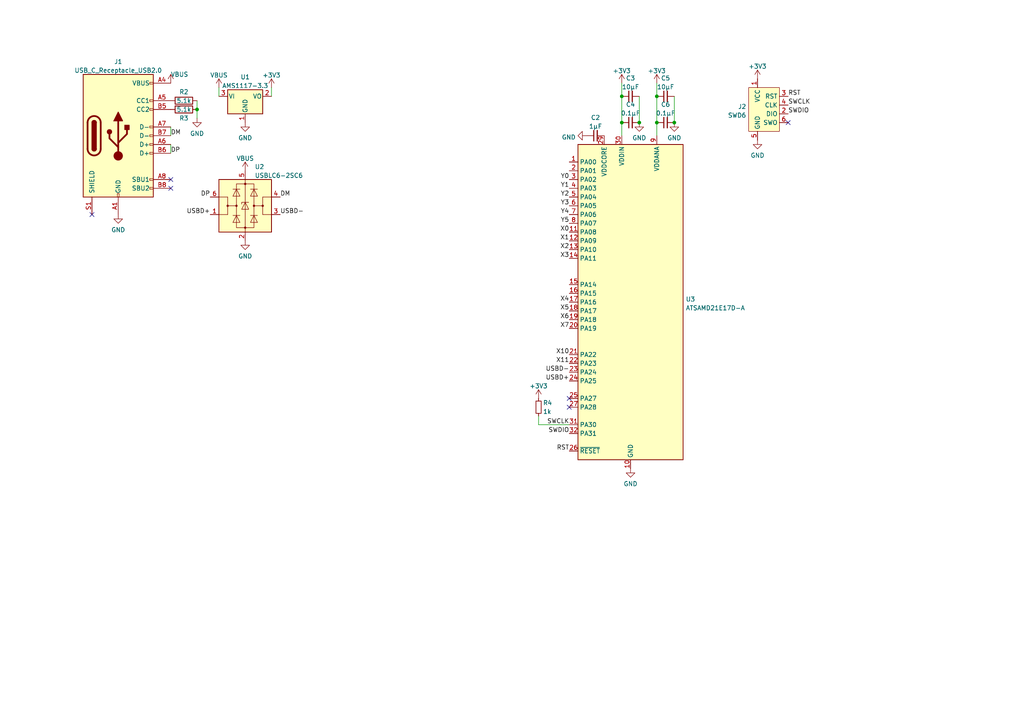
<source format=kicad_sch>
(kicad_sch (version 20211123) (generator eeschema)
  (paper "A4")
  (lib_symbols
    (symbol "Connector:USB_C_Receptacle_USB2.0" (pin_names (offset 1.016))
      (property "Reference" "J" (at -10.16 19.05 0))
      (property "Value" "USB_C_Receptacle_USB2.0" (at 19.05 19.05 0))
      (symbol "USB_C_Receptacle_USB2.0_0_0"
        (rectangle (start -0.254 -17.78) (end 0.254 -16.764))
        (rectangle (start 10.16 -14.986) (end 9.144 -15.494))
        (rectangle (start 10.16 -12.446) (end 9.144 -12.954))
        (rectangle (start 10.16 -4.826) (end 9.144 -5.334))
        (rectangle (start 10.16 -2.286) (end 9.144 -2.794))
        (rectangle (start 10.16 0.254) (end 9.144 -0.254))
        (rectangle (start 10.16 2.794) (end 9.144 2.286))
        (rectangle (start 10.16 7.874) (end 9.144 7.366))
        (rectangle (start 10.16 10.414) (end 9.144 9.906))
        (rectangle (start 10.16 15.494) (end 9.144 14.986))
      )
      (symbol "USB_C_Receptacle_USB2.0_0_1"
        (rectangle (start -10.16 17.78) (end 10.16 -17.78) (stroke (width 0.254)) (fill (type background)))
        (arc (start -8.89 -3.81) (mid -6.985 -5.715) (end -5.08 -3.81) (stroke (width 0.508)))
        (arc (start -7.62 -3.81) (mid -6.985 -4.445) (end -6.35 -3.81) (stroke (width 0.254)))
        (arc (start -7.62 -3.81) (mid -6.985 -4.445) (end -6.35 -3.81) (stroke (width 0.254)) (fill (type outline)))
        (rectangle (start -7.62 -3.81) (end -6.35 3.81) (stroke (width 0.254)) (fill (type outline)))
        (arc (start -6.35 3.81) (mid -6.985 4.445) (end -7.62 3.81) (stroke (width 0.254)))
        (arc (start -6.35 3.81) (mid -6.985 4.445) (end -7.62 3.81) (stroke (width 0.254)) (fill (type outline)))
        (arc (start -5.08 3.81) (mid -6.985 5.715) (end -8.89 3.81) (stroke (width 0.508)))
        (circle (center -2.54 1.143) (radius 0.635) (stroke (width 0.254)) (fill (type outline)))
        (circle (center 0 -5.842) (radius 1.27) (fill (type outline)))
        (polyline (pts (xy -8.89 -3.81) (xy -8.89 3.81)) (stroke (width 0.508)))
        (polyline (pts (xy -5.08 3.81) (xy -5.08 -3.81)) (stroke (width 0.508)))
        (polyline (pts (xy 0 -5.842) (xy 0 4.318)) (stroke (width 0.508)))
        (polyline (pts (xy 0 -3.302) (xy -2.54 -0.762) (xy -2.54 0.508)) (stroke (width 0.508)))
        (polyline (pts (xy 0 -2.032) (xy 2.54 0.508) (xy 2.54 1.778)) (stroke (width 0.508)))
        (polyline (pts (xy -1.27 4.318) (xy 0 6.858) (xy 1.27 4.318) (xy -1.27 4.318)) (stroke (width 0.254)) (fill (type outline)))
        (rectangle (start 1.905 1.778) (end 3.175 3.048) (stroke (width 0.254)) (fill (type outline)))
      )
      (symbol "USB_C_Receptacle_USB2.0_1_1"
        (pin passive line (at 0 -22.86 90) (length 5.08) (name "GND") (number "A1"))
        (pin passive line (at 0 -22.86 90) (length 5.08) hide (name "GND") (number "A12"))
        (pin passive line (at 15.24 15.24 180) (length 5.08) (name "VBUS") (number "A4"))
        (pin bidirectional line (at 15.24 10.16 180) (length 5.08) (name "CC1") (number "A5"))
        (pin bidirectional line (at 15.24 -2.54 180) (length 5.08) (name "D+") (number "A6"))
        (pin bidirectional line (at 15.24 2.54 180) (length 5.08) (name "D-") (number "A7"))
        (pin bidirectional line (at 15.24 -12.7 180) (length 5.08) (name "SBU1") (number "A8"))
        (pin passive line (at 15.24 15.24 180) (length 5.08) hide (name "VBUS") (number "A9"))
        (pin passive line (at 0 -22.86 90) (length 5.08) hide (name "GND") (number "B1"))
        (pin passive line (at 0 -22.86 90) (length 5.08) hide (name "GND") (number "B12"))
        (pin passive line (at 15.24 15.24 180) (length 5.08) hide (name "VBUS") (number "B4"))
        (pin bidirectional line (at 15.24 7.62 180) (length 5.08) (name "CC2") (number "B5"))
        (pin bidirectional line (at 15.24 -5.08 180) (length 5.08) (name "D+") (number "B6"))
        (pin bidirectional line (at 15.24 0 180) (length 5.08) (name "D-") (number "B7"))
        (pin bidirectional line (at 15.24 -15.24 180) (length 5.08) (name "SBU2") (number "B8"))
        (pin passive line (at 15.24 15.24 180) (length 5.08) hide (name "VBUS") (number "B9"))
        (pin passive line (at -7.62 -22.86 90) (length 5.08) (name "SHIELD") (number "S1"))
      )
    )
    (symbol "Device:C_Small" (pin_numbers hide) (pin_names (offset 0.254) hide)
      (property "Reference" "C" (at 0.254 1.778 0))
      (property "Value" "C_Small" (at 0.254 -2.032 0))
      (symbol "C_Small_0_1"
        (polyline (pts (xy -1.524 -0.508) (xy 1.524 -0.508)) (stroke (width 0.3302)))
        (polyline (pts (xy -1.524 0.508) (xy 1.524 0.508)) (stroke (width 0.3048)))
      )
      (symbol "C_Small_1_1"
        (pin passive line (at 0 2.54 270) (length 2.032) (name "~") (number "1"))
        (pin passive line (at 0 -2.54 90) (length 2.032) (name "~") (number "2"))
      )
    )
    (symbol "Device:R" (pin_numbers hide) (pin_names (offset 0))
      (property "Reference" "R" (at 2.032 0 90))
      (property "Value" "R" (at 0 0 90))
      (symbol "R_0_1"
        (rectangle (start -1.016 -2.54) (end 1.016 2.54) (stroke (width 0.254)))
      )
      (symbol "R_1_1"
        (pin passive line (at 0 3.81 270) (length 1.27) (name "~") (number "1"))
        (pin passive line (at 0 -3.81 90) (length 1.27) (name "~") (number "2"))
      )
    )
    (symbol "Device:R_Small" (pin_numbers hide) (pin_names (offset 0.254) hide)
      (property "Reference" "R" (at 0.762 0.508 0))
      (property "Value" "R_Small" (at 0.762 -1.016 0))
      (symbol "R_Small_0_1"
        (rectangle (start -0.762 1.778) (end 0.762 -1.778) (stroke (width 0.2032)))
      )
      (symbol "R_Small_1_1"
        (pin passive line (at 0 2.54 270) (length 0.762) (name "~") (number "1"))
        (pin passive line (at 0 -2.54 90) (length 0.762) (name "~") (number "2"))
      )
    )
    (symbol "MCU_Microchip_SAMD:ATSAMD21E17D-A"
      (property "Reference" "U" (at -13.97 46.99 0))
      (property "Value" "ATSAMD21E17D-A" (at 16.51 46.99 0))
      (symbol "ATSAMD21E17D-A_1_1"
        (rectangle (start -15.24 45.72) (end 15.24 -45.72) (stroke (width 0.254)) (fill (type background)))
        (pin bidirectional line (at -17.78 40.64 0) (length 2.54) (name "PA00") (number "1"))
        (pin power_in line (at 0 -48.26 90) (length 2.54) (name "GND") (number "10"))
        (pin bidirectional line (at -17.78 20.32 0) (length 2.54) (name "PA08") (number "11"))
        (pin bidirectional line (at -17.78 17.78 0) (length 2.54) (name "PA09") (number "12"))
        (pin bidirectional line (at -17.78 15.24 0) (length 2.54) (name "PA10") (number "13"))
        (pin bidirectional line (at -17.78 12.7 0) (length 2.54) (name "PA11") (number "14"))
        (pin bidirectional line (at -17.78 5.08 0) (length 2.54) (name "PA14") (number "15"))
        (pin bidirectional line (at -17.78 2.54 0) (length 2.54) (name "PA15") (number "16"))
        (pin bidirectional line (at -17.78 0 0) (length 2.54) (name "PA16") (number "17"))
        (pin bidirectional line (at -17.78 -2.54 0) (length 2.54) (name "PA17") (number "18"))
        (pin bidirectional line (at -17.78 -5.08 0) (length 2.54) (name "PA18") (number "19"))
        (pin bidirectional line (at -17.78 38.1 0) (length 2.54) (name "PA01") (number "2"))
        (pin bidirectional line (at -17.78 -7.62 0) (length 2.54) (name "PA19") (number "20"))
        (pin bidirectional line (at -17.78 -15.24 0) (length 2.54) (name "PA22") (number "21"))
        (pin bidirectional line (at -17.78 -17.78 0) (length 2.54) (name "PA23") (number "22"))
        (pin bidirectional line (at -17.78 -20.32 0) (length 2.54) (name "PA24") (number "23"))
        (pin bidirectional line (at -17.78 -22.86 0) (length 2.54) (name "PA25") (number "24"))
        (pin bidirectional line (at -17.78 -27.94 0) (length 2.54) (name "PA27") (number "25"))
        (pin input line (at -17.78 -43.18 0) (length 2.54) (name "~{RESET}") (number "26"))
        (pin bidirectional line (at -17.78 -30.48 0) (length 2.54) (name "PA28") (number "27"))
        (pin passive line (at 0 -48.26 90) (length 2.54) hide (name "GND") (number "28"))
        (pin power_out line (at -7.62 48.26 270) (length 2.54) (name "VDDCORE") (number "29"))
        (pin bidirectional line (at -17.78 35.56 0) (length 2.54) (name "PA02") (number "3"))
        (pin power_in line (at -2.54 48.26 270) (length 2.54) (name "VDDIN") (number "30"))
        (pin bidirectional line (at -17.78 -35.56 0) (length 2.54) (name "PA30") (number "31"))
        (pin bidirectional line (at -17.78 -38.1 0) (length 2.54) (name "PA31") (number "32"))
        (pin bidirectional line (at -17.78 33.02 0) (length 2.54) (name "PA03") (number "4"))
        (pin bidirectional line (at -17.78 30.48 0) (length 2.54) (name "PA04") (number "5"))
        (pin bidirectional line (at -17.78 27.94 0) (length 2.54) (name "PA05") (number "6"))
        (pin bidirectional line (at -17.78 25.4 0) (length 2.54) (name "PA06") (number "7"))
        (pin bidirectional line (at -17.78 22.86 0) (length 2.54) (name "PA07") (number "8"))
        (pin power_in line (at 7.62 48.26 270) (length 2.54) (name "VDDANA") (number "9"))
      )
    )
    (symbol "Power_Protection:USBLC6-2SC6" (pin_names hide)
      (property "Reference" "U" (at 2.54 8.89 0))
      (property "Value" "USBLC6-2SC6" (at 2.54 -8.89 0))
      (symbol "USBLC6-2SC6_0_1"
        (rectangle (start -7.62 -7.62) (end 7.62 7.62) (stroke (width 0.254)) (fill (type background)))
        (circle (center -5.08 0) (radius 0.254) (fill (type outline)))
        (circle (center -2.54 0) (radius 0.254) (fill (type outline)))
        (rectangle (start -2.54 6.35) (end 2.54 -6.35))
        (circle (center 0 -6.35) (radius 0.254) (fill (type outline)))
        (polyline (pts (xy -5.08 -2.54) (xy -7.62 -2.54)))
        (polyline (pts (xy -5.08 0) (xy -5.08 -2.54)))
        (polyline (pts (xy -5.08 2.54) (xy -7.62 2.54)))
        (polyline (pts (xy -1.524 -2.794) (xy -3.556 -2.794)))
        (polyline (pts (xy -1.524 4.826) (xy -3.556 4.826)))
        (polyline (pts (xy 0 -7.62) (xy 0 -6.35)))
        (polyline (pts (xy 0 -6.35) (xy 0 1.27)))
        (polyline (pts (xy 0 1.27) (xy 0 6.35)))
        (polyline (pts (xy 0 6.35) (xy 0 7.62)))
        (polyline (pts (xy 1.524 -2.794) (xy 3.556 -2.794)))
        (polyline (pts (xy 1.524 4.826) (xy 3.556 4.826)))
        (polyline (pts (xy 5.08 -2.54) (xy 7.62 -2.54)))
        (polyline (pts (xy 5.08 0) (xy 5.08 -2.54)))
        (polyline (pts (xy 5.08 2.54) (xy 7.62 2.54)))
        (polyline (pts (xy -2.54 0) (xy -5.08 0) (xy -5.08 2.54)))
        (polyline (pts (xy 2.54 0) (xy 5.08 0) (xy 5.08 2.54)))
        (polyline (pts (xy -3.556 -4.826) (xy -1.524 -4.826) (xy -2.54 -2.794) (xy -3.556 -4.826)))
        (polyline (pts (xy -3.556 2.794) (xy -1.524 2.794) (xy -2.54 4.826) (xy -3.556 2.794)))
        (polyline (pts (xy -1.016 -1.016) (xy 1.016 -1.016) (xy 0 1.016) (xy -1.016 -1.016)))
        (polyline (pts (xy 1.016 1.016) (xy 0.762 1.016) (xy -1.016 1.016) (xy -1.016 0.508)))
        (polyline (pts (xy 3.556 -4.826) (xy 1.524 -4.826) (xy 2.54 -2.794) (xy 3.556 -4.826)))
        (polyline (pts (xy 3.556 2.794) (xy 1.524 2.794) (xy 2.54 4.826) (xy 3.556 2.794)))
        (circle (center 0 6.35) (radius 0.254) (fill (type outline)))
        (circle (center 2.54 0) (radius 0.254) (fill (type outline)))
        (circle (center 5.08 0) (radius 0.254) (fill (type outline)))
      )
      (symbol "USBLC6-2SC6_1_1"
        (pin passive line (at -10.16 -2.54 0) (length 2.54) (name "I/O1") (number "1"))
        (pin passive line (at 0 -10.16 90) (length 2.54) (name "GND") (number "2"))
        (pin passive line (at 10.16 -2.54 180) (length 2.54) (name "I/O2") (number "3"))
        (pin passive line (at 10.16 2.54 180) (length 2.54) (name "I/O2") (number "4"))
        (pin passive line (at 0 10.16 270) (length 2.54) (name "VBUS") (number "5"))
        (pin passive line (at -10.16 2.54 0) (length 2.54) (name "I/O1") (number "6"))
      )
    )
    (symbol "Regulator_Linear:AMS1117-3.3" (pin_names (offset 0.254))
      (property "Reference" "U" (at -3.81 3.175 0))
      (property "Value" "AMS1117-3.3" (at 0 3.175 0))
      (symbol "AMS1117-3.3_0_1"
        (rectangle (start -5.08 -5.08) (end 5.08 1.905) (stroke (width 0.254)) (fill (type background)))
      )
      (symbol "AMS1117-3.3_1_1"
        (pin power_in line (at 0 -7.62 90) (length 2.54) (name "GND") (number "1"))
        (pin power_out line (at 7.62 0 180) (length 2.54) (name "VO") (number "2"))
        (pin power_in line (at -7.62 0 0) (length 2.54) (name "VI") (number "3"))
      )
    )
    (symbol "power:+3V3" (power) (pin_names (offset 0))
      (property "Value" "+3V3" (at 0 3.556 0))
      (symbol "+3V3_0_1"
        (polyline (pts (xy -0.762 1.27) (xy 0 2.54)))
        (polyline (pts (xy 0 0) (xy 0 2.54)))
        (polyline (pts (xy 0 2.54) (xy 0.762 1.27)))
      )
      (symbol "+3V3_1_1"
        (pin power_in line (at 0 0 90) (length 0) hide (name "+3V3") (number "1"))
      )
    )
    (symbol "power:GND" (power) (pin_names (offset 0))
      (property "Value" "GND" (at 0 -3.81 0))
      (symbol "GND_0_1"
        (polyline (pts (xy 0 0) (xy 0 -1.27) (xy 1.27 -1.27) (xy 0 -2.54) (xy -1.27 -1.27) (xy 0 -1.27)))
      )
      (symbol "GND_1_1"
        (pin power_in line (at 0 0 270) (length 0) hide (name "GND") (number "1"))
      )
    )
    (symbol "power:VBUS" (power) (pin_names (offset 0))
      (property "Value" "VBUS" (at 0 3.81 0))
      (symbol "VBUS_0_1"
        (polyline (pts (xy -0.762 1.27) (xy 0 2.54)))
        (polyline (pts (xy 0 0) (xy 0 2.54)))
        (polyline (pts (xy 0 2.54) (xy 0.762 1.27)))
      )
      (symbol "VBUS_1_1"
        (pin power_in line (at 0 0 90) (length 0) hide (name "VBUS") (number "1"))
      )
    )
    (symbol "xenua:SWD6"
      (property "Reference" "J" (at 6.35 3.81 0))
      (property "Value" "SWD6" (at 6.35 1.27 0))
      (symbol "SWD6_0_1"
        (rectangle (start 0 0) (end 8.89 -12.7) (stroke (width 0.1524)) (fill (type background)))
      )
      (symbol "SWD6_1_1"
        (pin power_in line (at 2.54 2.54 270) (length 2.54) (name "VCC") (number "1"))
        (pin bidirectional line (at 11.43 -7.62 180) (length 2.54) (name "DIO") (number "2"))
        (pin input line (at 11.43 -2.54 180) (length 2.54) (name "RST") (number "3"))
        (pin input line (at 11.43 -5.08 180) (length 2.54) (name "CLK") (number "4"))
        (pin input line (at 2.54 -15.24 90) (length 2.54) (name "GND") (number "5"))
        (pin output line (at 11.43 -10.16 180) (length 2.54) (name "SWO") (number "6"))
      )
    )
  )
  (junction (at 180.34 35.56))
  (junction (at 185.42 35.56))
  (junction (at 180.34 27.94))
  (junction (at 190.5 35.56))
  (junction (at 195.58 35.56))
  (junction (at 57.15 31.75))
  (junction (at 190.5 27.94))
  (no_connect (at 26.67 62.23))
  (no_connect (at 228.6 35.56))
  (no_connect (at 49.53 52.07))
  (no_connect (at 49.53 54.61))
  (no_connect (at 165.1 115.57))
  (no_connect (at 165.1 118.11))
  (wire (pts (xy 190.5 27.94) (xy 190.5 35.56)))
  (wire (pts (xy 180.34 35.56) (xy 180.34 39.37)))
  (wire (pts (xy 180.34 24.13) (xy 180.34 27.94)))
  (wire (pts (xy 57.15 29.21) (xy 57.15 31.75)))
  (wire (pts (xy 49.53 41.91) (xy 49.53 44.45)))
  (wire (pts (xy 195.58 27.94) (xy 195.58 35.56)))
  (wire (pts (xy 180.34 27.94) (xy 180.34 35.56)))
  (wire (pts (xy 185.42 27.94) (xy 185.42 35.56)))
  (wire (pts (xy 49.53 36.83) (xy 49.53 39.37)))
  (wire (pts (xy 63.5 25.4) (xy 63.5 27.94)))
  (wire (pts (xy 78.74 25.4) (xy 78.74 27.94)))
  (wire (pts (xy 156.21 123.19) (xy 165.1 123.19)))
  (wire (pts (xy 57.15 31.75) (xy 57.15 34.29)))
  (wire (pts (xy 156.21 120.65) (xy 156.21 123.19)))
  (wire (pts (xy 190.5 24.13) (xy 190.5 27.94)))
  (wire (pts (xy 190.5 35.56) (xy 190.5 39.37)))
  (label "Y4" (at 165.1 62.23 180))
  (label "RST" (at 228.6 27.94 0))
  (label "Y5" (at 165.1 64.77 180))
  (label "X5" (at 165.1 90.17 180))
  (label "X11" (at 165.1 105.41 180))
  (label "SWCLK" (at 228.6 30.48 0))
  (label "RST" (at 165.1 130.81 180))
  (label "USBD+" (at 60.96 62.23 180))
  (label "X4" (at 165.1 87.63 180))
  (label "X6" (at 165.1 92.71 180))
  (label "Y1" (at 165.1 54.61 180))
  (label "USBD-" (at 81.28 62.23 0))
  (label "DM" (at 49.53 39.37 0))
  (label "USBD+" (at 165.1 110.49 180))
  (label "SWDIO" (at 165.1 125.73 180))
  (label "X2" (at 165.1 72.39 180))
  (label "X10" (at 165.1 102.87 180))
  (label "USBD-" (at 165.1 107.95 180))
  (label "X3" (at 165.1 74.93 180))
  (label "X1" (at 165.1 69.85 180))
  (label "X7" (at 165.1 95.25 180))
  (label "Y3" (at 165.1 59.69 180))
  (label "Y2" (at 165.1 57.15 180))
  (label "Y0" (at 165.1 52.07 180))
  (label "DP" (at 49.53 44.45 0))
  (label "X0" (at 165.1 67.31 180))
  (label "DM" (at 81.28 57.15 0))
  (label "SWCLK" (at 165.1 123.19 180))
  (label "SWDIO" (at 228.6 33.02 0))
  (label "DP" (at 60.96 57.15 180))
  (symbol (lib_id "power:+3V3") (at 78.74 25.4 0) (unit 1)
    (property "Reference" "#PWR0107" (effects hide))
    (property "Value" "+3V3" (at 78.74 21.8242 0))
  )
  (symbol (lib_id "Power_Protection:USBLC6-2SC6") (at 71.12 59.69 0) (unit 1)
    (property "Reference" "U2" (at 73.8887 48.3702 0) (effects (justify left)))
    (property "Value" "USBLC6-2SC6" (at 73.8887 50.9071 0) (effects (justify left)))
    (property "Footprint" "xenua:SOT-23-6_MidMount" (effects hide))
    (property "Datasheet" "https://www.st.com/resource/en/datasheet/usblc6-2.pdf" (effects hide))
  )
  (symbol (lib_id "power:GND") (at 185.42 35.56 0) (unit 1)
    (property "Reference" "#PWR0111" (effects hide))
    (property "Value" "GND" (at 185.42 40.0034 0))
  )
  (symbol (lib_id "power:+3V3") (at 190.5 24.13 0) (unit 1)
    (property "Reference" "#PWR0108" (effects hide))
    (property "Value" "+3V3" (at 190.5 20.5542 0))
  )
  (symbol (lib_id "power:+3V3") (at 156.21 115.57 0) (unit 1)
    (property "Reference" "#PWR0114" (effects hide))
    (property "Value" "+3V3" (at 156.21 111.9655 0))
  )
  (symbol (lib_id "power:GND") (at 195.58 35.56 0) (unit 1)
    (property "Reference" "#PWR0110" (effects hide))
    (property "Value" "GND" (at 195.58 40.0034 0))
  )
  (symbol (lib_id "Device:R") (at 53.34 31.75 270) (unit 1)
    (property "Reference" "R3" (at 53.34 34.29 90))
    (property "Value" "5.1k" (at 53.34 31.75 90))
    (property "Footprint" "xenua:0402_1005Metric_Pad0.74x0.62mm_MidMount" (effects hide))
  )
  (symbol (lib_id "Regulator_Linear:AMS1117-3.3") (at 71.12 27.94 0) (unit 1)
    (property "Reference" "U1" (at 71.12 22.3352 0))
    (property "Value" "AMS1117-3.3" (at 71.12 24.8721 0))
    (property "Footprint" "xenua:SOT-223-3_TabPin2_MidMount" (effects hide))
    (property "Datasheet" "http://www.advanced-monolithic.com/pdf/ds1117.pdf" (effects hide))
  )
  (symbol (lib_id "Device:C_Small") (at 193.04 27.94 90) (unit 1)
    (property "Reference" "C5" (at 193.0463 22.6781 90))
    (property "Value" "10µF" (at 193.0463 25.215 90))
    (property "Footprint" "xenua:0603_1608Metric_Pad1.08x0.95mm_MidMount" (effects hide))
  )
  (symbol (lib_id "power:+3V3") (at 219.71 22.86 0) (unit 1)
    (property "Reference" "#PWR0113" (effects hide))
    (property "Value" "+3V3" (at 219.71 19.2555 0))
  )
  (symbol (lib_id "power:GND") (at 71.12 69.85 0) (unit 1)
    (property "Reference" "#PWR0104" (effects hide))
    (property "Value" "GND" (at 71.12 74.2934 0))
  )
  (symbol (lib_id "power:VBUS") (at 63.5 25.4 0) (unit 1)
    (property "Reference" "#PWR0106" (effects hide))
    (property "Value" "VBUS" (at 63.5 21.8242 0))
  )
  (symbol (lib_id "power:GND") (at 57.15 34.29 0) (unit 1)
    (property "Reference" "#PWR0118" (effects hide))
    (property "Value" "GND" (at 57.15 38.7334 0))
  )
  (symbol (lib_id "Connector:USB_C_Receptacle_USB2.0") (at 34.29 39.37 0) (unit 1)
    (property "Reference" "J1" (at 34.29 17.8902 0))
    (property "Value" "USB_C_Receptacle_USB2.0" (at 34.29 20.4271 0))
    (property "Footprint" "xenua:USB_C_PCB" (effects hide))
    (property "Datasheet" "https://www.usb.org/sites/default/files/documents/usb_type-c.zip" (effects hide))
  )
  (symbol (lib_id "Device:C_Small") (at 172.72 39.37 90) (unit 1)
    (property "Reference" "C2" (at 172.7263 34.1081 90))
    (property "Value" "1µF" (at 172.7263 36.645 90))
    (property "Footprint" "xenua:0603_1608Metric_Pad1.08x0.95mm_MidMount" (effects hide))
  )
  (symbol (lib_id "power:GND") (at 71.12 35.56 0) (unit 1)
    (property "Reference" "#PWR0103" (effects hide))
    (property "Value" "GND" (at 71.12 40.0034 0))
  )
  (symbol (lib_id "power:GND") (at 170.18 39.37 270) (unit 1)
    (property "Reference" "#PWR0117" (effects hide))
    (property "Value" "GND" (at 167.0051 39.8038 90) (effects (justify right)))
  )
  (symbol (lib_id "xenua:SWD6") (at 217.17 25.4 0) (unit 1)
    (property "Reference" "J2" (at 216.4589 30.9153 0) (effects (justify right)))
    (property "Value" "SWD6" (at 216.4589 33.4522 0) (effects (justify right)))
    (property "Footprint" "xenua:TC2030" (effects hide))
  )
  (symbol (lib_id "Device:R_Small") (at 156.21 118.11 0) (unit 1)
    (property "Reference" "R4" (at 157.48 116.84 0) (effects (justify left)))
    (property "Value" "1k" (at 157.48 119.38 0) (effects (justify left)))
    (property "Footprint" "xenua:0402_1005Metric_Pad0.74x0.62mm_MidMount" (effects hide))
  )
  (symbol (lib_id "MCU_Microchip_SAMD:ATSAMD21E17D-A") (at 182.88 87.63 0) (unit 1)
    (property "Reference" "U3" (at 198.882 86.7953 0) (effects (justify left)))
    (property "Value" "ATSAMD21E17D-A" (at 198.882 89.3322 0) (effects (justify left)))
    (property "Footprint" "xenua:LQFP-32_7x7mm_P0.8mm_midmount" (effects hide))
    (property "Datasheet" "http://ww1.microchip.com/downloads/en/DeviceDoc/SAM_D21_DA1_Family_Data%20Sheet_DS40001882E.pdf" (effects hide))
  )
  (symbol (lib_id "Device:R") (at 53.34 29.21 90) (unit 1)
    (property "Reference" "R2" (at 53.34 26.67 90))
    (property "Value" "5.1k" (at 53.34 29.21 90))
    (property "Footprint" "xenua:0402_1005Metric_Pad0.74x0.62mm_MidMount" (effects hide))
  )
  (symbol (lib_id "power:VBUS") (at 71.12 49.53 0) (unit 1)
    (property "Reference" "#PWR0105" (effects hide))
    (property "Value" "VBUS" (at 71.12 45.9542 0))
  )
  (symbol (lib_id "power:VBUS") (at 49.53 24.13 0) (unit 1)
    (property "Reference" "#PWR0102" (effects hide))
    (property "Value" "VBUS" (at 52.07 21.59 0))
  )
  (symbol (lib_id "Device:C_Small") (at 193.04 35.56 90) (unit 1)
    (property "Reference" "C6" (at 193.0463 30.2981 90))
    (property "Value" "0.1µF" (at 193.0463 32.835 90))
    (property "Footprint" "xenua:0603_1608Metric_Pad1.08x0.95mm_MidMount" (effects hide))
  )
  (symbol (lib_id "Device:C_Small") (at 182.88 35.56 90) (unit 1)
    (property "Reference" "C4" (at 182.8863 30.2981 90))
    (property "Value" "0.1µF" (at 182.8863 32.835 90))
    (property "Footprint" "xenua:0603_1608Metric_Pad1.08x0.95mm_MidMount" (effects hide))
  )
  (symbol (lib_id "power:GND") (at 219.71 40.64 0) (unit 1)
    (property "Reference" "#PWR0112" (effects hide))
    (property "Value" "GND" (at 219.71 45.0834 0))
  )
  (symbol (lib_id "power:+3V3") (at 180.34 24.13 0) (unit 1)
    (property "Reference" "#PWR0109" (effects hide))
    (property "Value" "+3V3" (at 180.34 20.5542 0))
  )
  (symbol (lib_id "power:GND") (at 34.29 62.23 0) (unit 1)
    (property "Reference" "#PWR0101" (effects hide))
    (property "Value" "GND" (at 34.29 66.6734 0))
  )
  (symbol (lib_id "Device:C_Small") (at 182.88 27.94 90) (unit 1)
    (property "Reference" "C3" (at 182.8863 22.6781 90))
    (property "Value" "10µF" (at 182.8863 25.215 90))
    (property "Footprint" "xenua:0603_1608Metric_Pad1.08x0.95mm_MidMount" (effects hide))
  )
  (symbol (lib_id "power:GND") (at 182.88 135.89 0) (unit 1)
    (property "Reference" "#PWR0116" (effects hide))
    (property "Value" "GND" (at 182.88 140.3334 0))
  )
)
</source>
